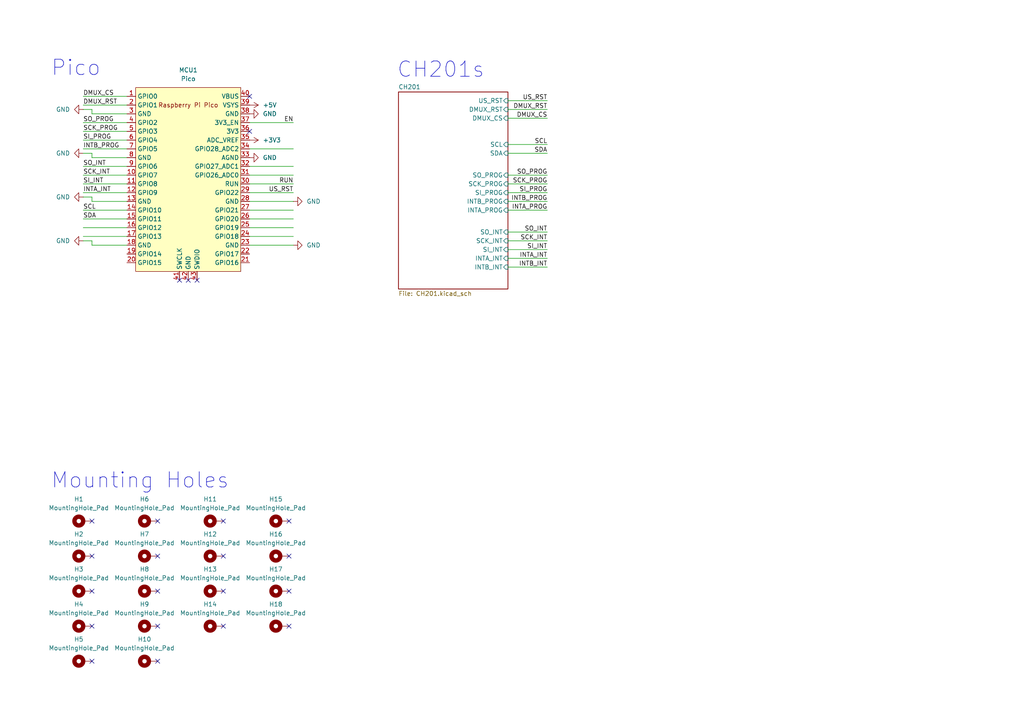
<source format=kicad_sch>
(kicad_sch (version 20231120) (generator "eeschema") (generator_version "8.0")
  (paper "A4")
  (lib_symbols
    (symbol "MCU_RaspberryPi_and_Boards:Pico"
      (property "Reference" "U" (at -13.97 27.94 0))
      (property "Value" "Pico" (at 0 19.05 0))
      (symbol "Pico_0_0"
        (text "Raspberry Pi Pico" (at 0 21.59 0) (effects (font (size 1.27 1.27))))
      )
      (symbol "Pico_0_1"
        (rectangle (start -15.24 26.67) (end 15.24 -26.67) (fill (type background)))
      )
      (symbol "Pico_1_1"
        (pin bidirectional line (at -17.78 24.13 0) (length 2.54) (name "GPIO0") (number "1"))
        (pin bidirectional line (at -17.78 1.27 0) (length 2.54) (name "GPIO7") (number "10"))
        (pin bidirectional line (at -17.78 -1.27 0) (length 2.54) (name "GPIO8") (number "11"))
        (pin bidirectional line (at -17.78 -3.81 0) (length 2.54) (name "GPIO9") (number "12"))
        (pin power_in line (at -17.78 -6.35 0) (length 2.54) (name "GND") (number "13"))
        (pin bidirectional line (at -17.78 -8.89 0) (length 2.54) (name "GPIO10") (number "14"))
        (pin bidirectional line (at -17.78 -11.43 0) (length 2.54) (name "GPIO11") (number "15"))
        (pin bidirectional line (at -17.78 -13.97 0) (length 2.54) (name "GPIO12") (number "16"))
        (pin bidirectional line (at -17.78 -16.51 0) (length 2.54) (name "GPIO13") (number "17"))
        (pin power_in line (at -17.78 -19.05 0) (length 2.54) (name "GND") (number "18"))
        (pin bidirectional line (at -17.78 -21.59 0) (length 2.54) (name "GPIO14") (number "19"))
        (pin bidirectional line (at -17.78 21.59 0) (length 2.54) (name "GPIO1") (number "2"))
        (pin bidirectional line (at -17.78 -24.13 0) (length 2.54) (name "GPIO15") (number "20"))
        (pin bidirectional line (at 17.78 -24.13 180) (length 2.54) (name "GPIO16") (number "21"))
        (pin bidirectional line (at 17.78 -21.59 180) (length 2.54) (name "GPIO17") (number "22"))
        (pin power_in line (at 17.78 -19.05 180) (length 2.54) (name "GND") (number "23"))
        (pin bidirectional line (at 17.78 -16.51 180) (length 2.54) (name "GPIO18") (number "24"))
        (pin bidirectional line (at 17.78 -13.97 180) (length 2.54) (name "GPIO19") (number "25"))
        (pin bidirectional line (at 17.78 -11.43 180) (length 2.54) (name "GPIO20") (number "26"))
        (pin bidirectional line (at 17.78 -8.89 180) (length 2.54) (name "GPIO21") (number "27"))
        (pin power_in line (at 17.78 -6.35 180) (length 2.54) (name "GND") (number "28"))
        (pin bidirectional line (at 17.78 -3.81 180) (length 2.54) (name "GPIO22") (number "29"))
        (pin power_in line (at -17.78 19.05 0) (length 2.54) (name "GND") (number "3"))
        (pin input line (at 17.78 -1.27 180) (length 2.54) (name "RUN") (number "30"))
        (pin bidirectional line (at 17.78 1.27 180) (length 2.54) (name "GPIO26_ADC0") (number "31"))
        (pin bidirectional line (at 17.78 3.81 180) (length 2.54) (name "GPIO27_ADC1") (number "32"))
        (pin power_in line (at 17.78 6.35 180) (length 2.54) (name "AGND") (number "33"))
        (pin bidirectional line (at 17.78 8.89 180) (length 2.54) (name "GPIO28_ADC2") (number "34"))
        (pin power_in line (at 17.78 11.43 180) (length 2.54) (name "ADC_VREF") (number "35"))
        (pin power_in line (at 17.78 13.97 180) (length 2.54) (name "3V3") (number "36"))
        (pin input line (at 17.78 16.51 180) (length 2.54) (name "3V3_EN") (number "37"))
        (pin bidirectional line (at 17.78 19.05 180) (length 2.54) (name "GND") (number "38"))
        (pin power_in line (at 17.78 21.59 180) (length 2.54) (name "VSYS") (number "39"))
        (pin bidirectional line (at -17.78 16.51 0) (length 2.54) (name "GPIO2") (number "4"))
        (pin power_in line (at 17.78 24.13 180) (length 2.54) (name "VBUS") (number "40"))
        (pin input line (at -2.54 -29.21 90) (length 2.54) (name "SWCLK") (number "41"))
        (pin power_in line (at 0 -29.21 90) (length 2.54) (name "GND") (number "42"))
        (pin bidirectional line (at 2.54 -29.21 90) (length 2.54) (name "SWDIO") (number "43"))
        (pin bidirectional line (at -17.78 13.97 0) (length 2.54) (name "GPIO3") (number "5"))
        (pin bidirectional line (at -17.78 11.43 0) (length 2.54) (name "GPIO4") (number "6"))
        (pin bidirectional line (at -17.78 8.89 0) (length 2.54) (name "GPIO5") (number "7"))
        (pin power_in line (at -17.78 6.35 0) (length 2.54) (name "GND") (number "8"))
        (pin bidirectional line (at -17.78 3.81 0) (length 2.54) (name "GPIO6") (number "9"))
      )
    )
    (symbol "Mechanical:MountingHole_Pad" (pin_numbers hide) (pin_names (offset 1.016) hide) (exclude_from_sim yes) (in_bom no)
      (property "Reference" "H" (at 0 6.35 0))
      (property "Value" "MountingHole_Pad" (at 0 4.445 0))
      (symbol "MountingHole_Pad_0_1"
        (circle (center 0 1.27) (radius 1.27) (stroke (width 1.27)))
      )
      (symbol "MountingHole_Pad_1_1"
        (pin input line (at 0 -2.54 90) (length 2.54) (name "1") (number "1"))
      )
    )
    (symbol "power:+3V3" (power) (pin_numbers hide) (pin_names (offset 0) hide)
      (property "Value" "+3V3" (at 0 3.556 0))
      (symbol "+3V3_0_1"
        (polyline (pts (xy -0.762 1.27) (xy 0 2.54)))
        (polyline (pts (xy 0 0) (xy 0 2.54)))
        (polyline (pts (xy 0 2.54) (xy 0.762 1.27)))
      )
      (symbol "+3V3_1_1"
        (pin power_in line (at 0 0 90) (length 0) (name "~") (number "1"))
      )
    )
    (symbol "power:+5V" (power) (pin_numbers hide) (pin_names (offset 0) hide)
      (property "Value" "+5V" (at 0 3.556 0))
      (symbol "+5V_0_1"
        (polyline (pts (xy -0.762 1.27) (xy 0 2.54)))
        (polyline (pts (xy 0 0) (xy 0 2.54)))
        (polyline (pts (xy 0 2.54) (xy 0.762 1.27)))
      )
      (symbol "+5V_1_1"
        (pin power_in line (at 0 0 90) (length 0) (name "~") (number "1"))
      )
    )
    (symbol "power:GND" (power) (pin_numbers hide) (pin_names (offset 0) hide)
      (property "Value" "GND" (at 0 -3.81 0))
      (symbol "GND_0_1"
        (polyline (pts (xy 0 0) (xy 0 -1.27) (xy 1.27 -1.27) (xy 0 -2.54) (xy -1.27 -1.27) (xy 0 -1.27)))
      )
      (symbol "GND_1_1"
        (pin power_in line (at 0 0 270) (length 0) (name "~") (number "1"))
      )
    )
  )
  (no_connect (at 45.72 151.13))
  (no_connect (at 83.82 171.45))
  (no_connect (at 26.67 171.45))
  (no_connect (at 64.77 161.29))
  (no_connect (at 83.82 151.13))
  (no_connect (at 45.72 181.61))
  (no_connect (at 72.39 38.1))
  (no_connect (at 26.67 161.29))
  (no_connect (at 57.15 81.28))
  (no_connect (at 54.61 81.28))
  (no_connect (at 26.67 181.61))
  (no_connect (at 83.82 161.29))
  (no_connect (at 64.77 151.13))
  (no_connect (at 45.72 161.29))
  (no_connect (at 45.72 171.45))
  (no_connect (at 26.67 151.13))
  (no_connect (at 83.82 181.61))
  (no_connect (at 72.39 27.94))
  (no_connect (at 64.77 181.61))
  (no_connect (at 52.07 81.28))
  (no_connect (at 64.77 171.45))
  (no_connect (at 45.72 191.77))
  (no_connect (at 26.67 191.77))
  (wire (pts (xy 147.32 67.31) (xy 158.75 67.31)))
  (wire (pts (xy 24.13 30.48) (xy 36.83 30.48)))
  (wire (pts (xy 72.39 35.56) (xy 85.09 35.56)))
  (wire (pts (xy 24.13 60.96) (xy 36.83 60.96)))
  (wire (pts (xy 24.13 55.88) (xy 36.83 55.88)))
  (wire (pts (xy 147.32 77.47) (xy 158.75 77.47)))
  (wire (pts (xy 72.39 53.34) (xy 85.09 53.34)))
  (wire (pts (xy 24.13 53.34) (xy 36.83 53.34)))
  (wire (pts (xy 24.13 66.04) (xy 36.83 66.04)))
  (wire (pts (xy 147.32 69.85) (xy 158.75 69.85)))
  (wire (pts (xy 147.32 29.21) (xy 158.75 29.21)))
  (wire (pts (xy 26.67 58.42) (xy 36.83 58.42)))
  (wire (pts (xy 72.39 66.04) (xy 85.09 66.04)))
  (wire (pts (xy 24.13 48.26) (xy 36.83 48.26)))
  (wire (pts (xy 24.13 27.94) (xy 36.83 27.94)))
  (wire (pts (xy 72.39 55.88) (xy 85.09 55.88)))
  (wire (pts (xy 147.32 53.34) (xy 158.75 53.34)))
  (wire (pts (xy 147.32 50.8) (xy 158.75 50.8)))
  (wire (pts (xy 24.13 57.15) (xy 26.67 57.15)))
  (wire (pts (xy 24.13 63.5) (xy 36.83 63.5)))
  (wire (pts (xy 147.32 58.42) (xy 158.75 58.42)))
  (wire (pts (xy 24.13 43.18) (xy 36.83 43.18)))
  (wire (pts (xy 24.13 44.45) (xy 26.67 44.45)))
  (wire (pts (xy 24.13 31.75) (xy 26.67 31.75)))
  (wire (pts (xy 26.67 71.12) (xy 36.83 71.12)))
  (wire (pts (xy 85.09 58.42) (xy 72.39 58.42)))
  (wire (pts (xy 24.13 69.85) (xy 26.67 69.85)))
  (wire (pts (xy 24.13 35.56) (xy 36.83 35.56)))
  (wire (pts (xy 85.09 50.8) (xy 72.39 50.8)))
  (wire (pts (xy 147.32 31.75) (xy 158.75 31.75)))
  (wire (pts (xy 24.13 68.58) (xy 36.83 68.58)))
  (wire (pts (xy 72.39 68.58) (xy 85.09 68.58)))
  (wire (pts (xy 24.13 40.64) (xy 36.83 40.64)))
  (wire (pts (xy 85.09 48.26) (xy 72.39 48.26)))
  (wire (pts (xy 147.32 34.29) (xy 158.75 34.29)))
  (wire (pts (xy 26.67 44.45) (xy 26.67 45.72)))
  (wire (pts (xy 147.32 41.91) (xy 158.75 41.91)))
  (wire (pts (xy 147.32 72.39) (xy 158.75 72.39)))
  (wire (pts (xy 147.32 60.96) (xy 158.75 60.96)))
  (wire (pts (xy 147.32 55.88) (xy 158.75 55.88)))
  (wire (pts (xy 72.39 60.96) (xy 85.09 60.96)))
  (wire (pts (xy 26.67 69.85) (xy 26.67 71.12)))
  (wire (pts (xy 26.67 33.02) (xy 36.83 33.02)))
  (wire (pts (xy 26.67 31.75) (xy 26.67 33.02)))
  (wire (pts (xy 72.39 63.5) (xy 85.09 63.5)))
  (wire (pts (xy 26.67 45.72) (xy 36.83 45.72)))
  (wire (pts (xy 26.67 57.15) (xy 26.67 58.42)))
  (wire (pts (xy 24.13 38.1) (xy 36.83 38.1)))
  (wire (pts (xy 147.32 44.45) (xy 158.75 44.45)))
  (wire (pts (xy 147.32 74.93) (xy 158.75 74.93)))
  (wire (pts (xy 85.09 71.12) (xy 72.39 71.12)))
  (wire (pts (xy 24.13 50.8) (xy 36.83 50.8)))
  (wire (pts (xy 85.09 43.18) (xy 72.39 43.18)))
  (text "CH201s" (at 115.062 20.32 0) (effects (font (size 4.445 4.445)) (justify left)))
  (text "Pico" (at 14.732 19.812 0) (effects (font (size 4.445 4.445)) (justify left)))
  (text "Mounting Holes" (at 40.64 139.446 0) (effects (font (size 4.445 4.445))))
  (label "SI_INT" (at 158.75 72.39 180))
  (label "INTB_PROG" (at 24.13 43.18 0))
  (label "INTB_PROG" (at 158.75 58.42 180))
  (label "SCK_PROG" (at 158.75 53.34 180))
  (label "INTA_INT" (at 24.13 55.88 0))
  (label "DMUX_CS" (at 24.13 27.94 0))
  (label "SI_PROG" (at 24.13 40.64 0))
  (label "DMUX_CS" (at 158.75 34.29 180))
  (label "US_RST" (at 158.75 29.21 180))
  (label "SO_INT" (at 158.75 67.31 180))
  (label "SO_PROG" (at 158.75 50.8 180))
  (label "EN" (at 85.09 35.56 180))
  (label "SCL" (at 24.13 60.96 0))
  (label "SCK_INT" (at 158.75 69.85 180))
  (label "SO_INT" (at 24.13 48.26 0))
  (label "SI_INT" (at 24.13 53.34 0))
  (label "SCK_INT" (at 24.13 50.8 0))
  (label "INTA_INT" (at 158.75 74.93 180))
  (label "DMUX_RST" (at 24.13 30.48 0))
  (label "SCK_PROG" (at 24.13 38.1 0))
  (label "SDA" (at 24.13 63.5 0))
  (label "SCL" (at 158.75 41.91 180))
  (label "SO_PROG" (at 24.13 35.56 0))
  (label "SDA" (at 158.75 44.45 180))
  (label "INTB_INT" (at 158.75 77.47 180))
  (label "INTA_PROG" (at 158.75 60.96 180))
  (label "SI_PROG" (at 158.75 55.88 180))
  (label "RUN" (at 85.09 53.34 180))
  (label "DMUX_RST" (at 158.75 31.75 180))
  (label "US_RST" (at 85.09 55.88 180))
  (symbol (lib_id "Mechanical:MountingHole_Pad") (at 24.13 151.13 90) (unit 1) (exclude_from_sim yes) (in_bom no)
    (property "Reference" "H1" (at 22.86 144.78 90))
    (property "Value" "MountingHole_Pad" (at 22.86 147.32 90))
    (property "Footprint" "MountingHole:MountingHole_3.2mm_M3_Pad_Via" (effects (hide yes)))
    (property "Description" "Mounting Hole with connection" (effects (hide yes)))
  )
  (symbol (lib_id "Mechanical:MountingHole_Pad") (at 62.23 171.45 90) (unit 1) (exclude_from_sim yes) (in_bom no)
    (property "Reference" "H13" (at 60.96 165.1 90))
    (property "Value" "MountingHole_Pad" (at 60.96 167.64 90))
    (property "Footprint" "MountingHole:MountingHole_2.2mm_M2_Pad_Via" (effects (hide yes)))
    (property "Description" "Mounting Hole with connection" (effects (hide yes)))
  )
  (symbol (lib_id "power:GND") (at 24.13 44.45 270) (unit 1)
    (property "Reference" "#PWR02" (effects (hide yes)))
    (property "Value" "GND" (at 20.32 44.4499 90) (effects (justify right)))
    (property "Description" "Power symbol creates a global label with name \"GND\" , ground" (effects (hide yes)))
  )
  (symbol (lib_id "power:GND") (at 72.39 33.02 90) (unit 1)
    (property "Reference" "#PWR06" (effects (hide yes)))
    (property "Value" "GND" (at 76.2 33.0199 90) (effects (justify right)))
    (property "Description" "Power symbol creates a global label with name \"GND\" , ground" (effects (hide yes)))
  )
  (symbol (lib_id "Mechanical:MountingHole_Pad") (at 43.18 181.61 90) (unit 1) (exclude_from_sim yes) (in_bom no)
    (property "Reference" "H9" (at 41.91 175.26 90))
    (property "Value" "MountingHole_Pad" (at 41.91 177.8 90))
    (property "Footprint" "MountingHole:MountingHole_2.2mm_M2_Pad_Via" (effects (hide yes)))
    (property "Description" "Mounting Hole with connection" (effects (hide yes)))
  )
  (symbol (lib_id "Mechanical:MountingHole_Pad") (at 81.28 151.13 90) (unit 1) (exclude_from_sim yes) (in_bom no)
    (property "Reference" "H15" (at 80.01 144.78 90))
    (property "Value" "MountingHole_Pad" (at 80.01 147.32 90))
    (property "Footprint" "MountingHole:MountingHole_3.2mm_M3_Pad_Via" (effects (hide yes)))
    (property "Description" "Mounting Hole with connection" (effects (hide yes)))
  )
  (symbol (lib_id "Mechanical:MountingHole_Pad") (at 24.13 181.61 90) (unit 1) (exclude_from_sim yes) (in_bom no)
    (property "Reference" "H4" (at 22.86 175.26 90))
    (property "Value" "MountingHole_Pad" (at 22.86 177.8 90))
    (property "Footprint" "MountingHole:MountingHole_2.2mm_M2_Pad_Via" (effects (hide yes)))
    (property "Description" "Mounting Hole with connection" (effects (hide yes)))
  )
  (symbol (lib_id "power:GND") (at 85.09 58.42 90) (unit 1)
    (property "Reference" "#PWR09" (effects (hide yes)))
    (property "Value" "GND" (at 88.9 58.4199 90) (effects (justify right)))
    (property "Description" "Power symbol creates a global label with name \"GND\" , ground" (effects (hide yes)))
  )
  (symbol (lib_id "Mechanical:MountingHole_Pad") (at 24.13 191.77 90) (unit 1) (exclude_from_sim yes) (in_bom no)
    (property "Reference" "H5" (at 22.86 185.42 90))
    (property "Value" "MountingHole_Pad" (at 22.86 187.96 90))
    (property "Footprint" "MountingHole:MountingHole_2.2mm_M2_Pad_Via" (effects (hide yes)))
    (property "Description" "Mounting Hole with connection" (effects (hide yes)))
  )
  (symbol (lib_id "power:GND") (at 24.13 69.85 270) (unit 1)
    (property "Reference" "#PWR04" (effects (hide yes)))
    (property "Value" "GND" (at 20.32 69.8499 90) (effects (justify right)))
    (property "Description" "Power symbol creates a global label with name \"GND\" , ground" (effects (hide yes)))
  )
  (symbol (lib_id "Mechanical:MountingHole_Pad") (at 81.28 161.29 90) (unit 1) (exclude_from_sim yes) (in_bom no)
    (property "Reference" "H16" (at 80.01 154.94 90))
    (property "Value" "MountingHole_Pad" (at 80.01 157.48 90))
    (property "Footprint" "MountingHole:MountingHole_3.2mm_M3_Pad_Via" (effects (hide yes)))
    (property "Description" "Mounting Hole with connection" (effects (hide yes)))
  )
  (symbol (lib_id "Mechanical:MountingHole_Pad") (at 43.18 191.77 90) (unit 1) (exclude_from_sim yes) (in_bom no)
    (property "Reference" "H10" (at 41.91 185.42 90))
    (property "Value" "MountingHole_Pad" (at 41.91 187.96 90))
    (property "Footprint" "MountingHole:MountingHole_2.2mm_M2_Pad_Via" (effects (hide yes)))
    (property "Description" "Mounting Hole with connection" (effects (hide yes)))
  )
  (symbol (lib_id "power:GND") (at 24.13 57.15 270) (unit 1)
    (property "Reference" "#PWR03" (effects (hide yes)))
    (property "Value" "GND" (at 20.32 57.1499 90) (effects (justify right)))
    (property "Description" "Power symbol creates a global label with name \"GND\" , ground" (effects (hide yes)))
  )
  (symbol (lib_id "Mechanical:MountingHole_Pad") (at 24.13 161.29 90) (unit 1) (exclude_from_sim yes) (in_bom no)
    (property "Reference" "H2" (at 22.86 154.94 90))
    (property "Value" "MountingHole_Pad" (at 22.86 157.48 90))
    (property "Footprint" "MountingHole:MountingHole_3.2mm_M3_Pad_Via" (effects (hide yes)))
    (property "Description" "Mounting Hole with connection" (effects (hide yes)))
  )
  (symbol (lib_id "Mechanical:MountingHole_Pad") (at 62.23 151.13 90) (unit 1) (exclude_from_sim yes) (in_bom no)
    (property "Reference" "H11" (at 60.96 144.78 90))
    (property "Value" "MountingHole_Pad" (at 60.96 147.32 90))
    (property "Footprint" "MountingHole:MountingHole_3.2mm_M3_Pad_Via" (effects (hide yes)))
    (property "Description" "Mounting Hole with connection" (effects (hide yes)))
  )
  (symbol (lib_id "power:GND") (at 24.13 31.75 270) (unit 1)
    (property "Reference" "#PWR01" (effects (hide yes)))
    (property "Value" "GND" (at 20.32 31.7499 90) (effects (justify right)))
    (property "Description" "Power symbol creates a global label with name \"GND\" , ground" (effects (hide yes)))
  )
  (symbol (lib_id "power:+5V") (at 72.39 30.48 270) (unit 1)
    (property "Reference" "#PWR05" (effects (hide yes)))
    (property "Value" "+5V" (at 76.2 30.4799 90) (effects (justify left)))
    (property "Description" "Power symbol creates a global label with name \"+5V\"" (effects (hide yes)))
  )
  (symbol (lib_id "Mechanical:MountingHole_Pad") (at 43.18 171.45 90) (unit 1) (exclude_from_sim yes) (in_bom no)
    (property "Reference" "H8" (at 41.91 165.1 90))
    (property "Value" "MountingHole_Pad" (at 41.91 167.64 90))
    (property "Footprint" "MountingHole:MountingHole_3.2mm_M3_Pad_Via" (effects (hide yes)))
    (property "Description" "Mounting Hole with connection" (effects (hide yes)))
  )
  (symbol (lib_id "Mechanical:MountingHole_Pad") (at 43.18 151.13 90) (unit 1) (exclude_from_sim yes) (in_bom no)
    (property "Reference" "H6" (at 41.91 144.78 90))
    (property "Value" "MountingHole_Pad" (at 41.91 147.32 90))
    (property "Footprint" "MountingHole:MountingHole_3.2mm_M3_Pad_Via" (effects (hide yes)))
    (property "Description" "Mounting Hole with connection" (effects (hide yes)))
  )
  (symbol (lib_id "Mechanical:MountingHole_Pad") (at 81.28 181.61 90) (unit 1) (exclude_from_sim yes) (in_bom no)
    (property "Reference" "H18" (at 80.01 175.26 90))
    (property "Value" "MountingHole_Pad" (at 80.01 177.8 90))
    (property "Footprint" "MountingHole:MountingHole_2.2mm_M2_Pad_Via" (effects (hide yes)))
    (property "Description" "Mounting Hole with connection" (effects (hide yes)))
  )
  (symbol (lib_id "Mechanical:MountingHole_Pad") (at 24.13 171.45 90) (unit 1) (exclude_from_sim yes) (in_bom no)
    (property "Reference" "H3" (at 22.86 165.1 90))
    (property "Value" "MountingHole_Pad" (at 22.86 167.64 90))
    (property "Footprint" "MountingHole:MountingHole_3.2mm_M3_Pad_Via" (effects (hide yes)))
    (property "Description" "Mounting Hole with connection" (effects (hide yes)))
  )
  (symbol (lib_id "Mechanical:MountingHole_Pad") (at 43.18 161.29 90) (unit 1) (exclude_from_sim yes) (in_bom no)
    (property "Reference" "H7" (at 41.91 154.94 90))
    (property "Value" "MountingHole_Pad" (at 41.91 157.48 90))
    (property "Footprint" "MountingHole:MountingHole_3.2mm_M3_Pad_Via" (effects (hide yes)))
    (property "Description" "Mounting Hole with connection" (effects (hide yes)))
  )
  (symbol (lib_id "power:+3V3") (at 72.39 40.64 270) (unit 1)
    (property "Reference" "#PWR07" (effects (hide yes)))
    (property "Value" "+3V3" (at 76.2 40.6399 90) (effects (justify left)))
    (property "Description" "Power symbol creates a global label with name \"+3V3\"" (effects (hide yes)))
  )
  (symbol (lib_id "power:GND") (at 72.39 45.72 90) (unit 1)
    (property "Reference" "#PWR08" (effects (hide yes)))
    (property "Value" "GND" (at 76.2 45.7199 90) (effects (justify right)))
    (property "Description" "Power symbol creates a global label with name \"GND\" , ground" (effects (hide yes)))
  )
  (symbol (lib_id "Mechanical:MountingHole_Pad") (at 62.23 181.61 90) (unit 1) (exclude_from_sim yes) (in_bom no)
    (property "Reference" "H14" (at 60.96 175.26 90))
    (property "Value" "MountingHole_Pad" (at 60.96 177.8 90))
    (property "Footprint" "MountingHole:MountingHole_2.2mm_M2_Pad_Via" (effects (hide yes)))
    (property "Description" "Mounting Hole with connection" (effects (hide yes)))
  )
  (symbol (lib_id "power:GND") (at 85.09 71.12 90) (unit 1)
    (property "Reference" "#PWR010" (effects (hide yes)))
    (property "Value" "GND" (at 88.9 71.1199 90) (effects (justify right)))
    (property "Description" "Power symbol creates a global label with name \"GND\" , ground" (effects (hide yes)))
  )
  (symbol (lib_id "Mechanical:MountingHole_Pad") (at 62.23 161.29 90) (unit 1) (exclude_from_sim yes) (in_bom no)
    (property "Reference" "H12" (at 60.96 154.94 90))
    (property "Value" "MountingHole_Pad" (at 60.96 157.48 90))
    (property "Footprint" "MountingHole:MountingHole_3.2mm_M3_Pad_Via" (effects (hide yes)))
    (property "Description" "Mounting Hole with connection" (effects (hide yes)))
  )
  (symbol (lib_id "Mechanical:MountingHole_Pad") (at 81.28 171.45 90) (unit 1) (exclude_from_sim yes) (in_bom no)
    (property "Reference" "H17" (at 80.01 165.1 90))
    (property "Value" "MountingHole_Pad" (at 80.01 167.64 90))
    (property "Footprint" "MountingHole:MountingHole_2.2mm_M2_Pad_Via" (effects (hide yes)))
    (property "Description" "Mounting Hole with connection" (effects (hide yes)))
  )
  (symbol (lib_id "MCU_RaspberryPi_and_Boards:Pico") (at 54.61 52.07 0) (unit 1)
    (property "Reference" "MCU1" (at 54.61 20.32 0))
    (property "Value" "Pico" (at 54.61 22.86 0))
    (property "Footprint" "RP-Pico Libraries:RPi_Pico_SMD_TH_USBC_cable_cutout" (effects (hide yes)))
  )
  (sheet (at 115.57 26.67) (size 31.75 57.15) (stroke (width 0.1524))
    (property "Sheetname" "CH201" (at 115.57 25.9584 0) (effects (justify left bottom)))
    (property "Sheetfile" "CH201.kicad_sch" (at 115.57 84.4046 0) (effects (justify left top)))
    (pin "US_RST" input (at 147.32 29.21 0))
    (pin "SCL" input (at 147.32 41.91 0))
    (pin "SDA" input (at 147.32 44.45 0))
    (pin "DMUX_RST" input (at 147.32 31.75 0))
    (pin "INTA_PROG" input (at 147.32 60.96 0))
    (pin "SO_PROG" input (at 147.32 50.8 0))
    (pin "SCK_PROG" input (at 147.32 53.34 0))
    (pin "SI_PROG" input (at 147.32 55.88 0))
    (pin "INTB_PROG" input (at 147.32 58.42 0))
    (pin "SI_INT" input (at 147.32 72.39 0))
    (pin "SCK_INT" input (at 147.32 69.85 0))
    (pin "SO_INT" input (at 147.32 67.31 0))
    (pin "DMUX_CS" input (at 147.32 34.29 0))
    (pin "INTB_INT" input (at 147.32 77.47 0))
    (pin "INTA_INT" input (at 147.32 74.93 0))
  )
)
</source>
